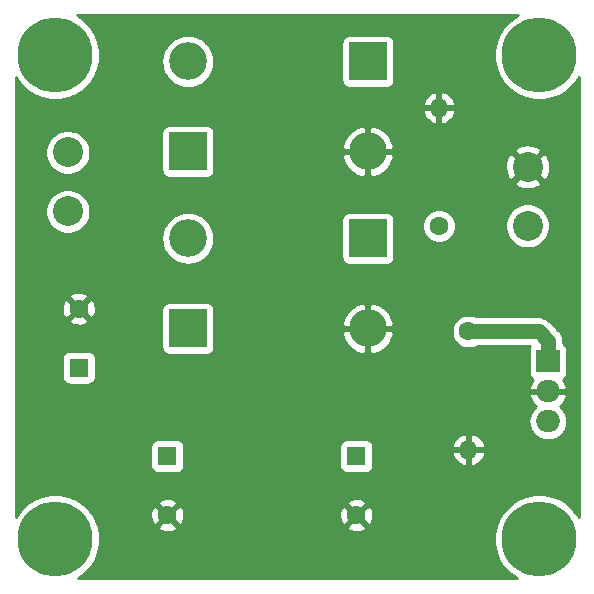
<source format=gbr>
G04 #@! TF.GenerationSoftware,KiCad,Pcbnew,(5.0.2)-1*
G04 #@! TF.CreationDate,2020-11-25T16:06:49-05:00*
G04 #@! TF.ProjectId,MHS-5200A_PwrSupply,4d48532d-3532-4303-9041-5f5077725375,rev?*
G04 #@! TF.SameCoordinates,Original*
G04 #@! TF.FileFunction,Copper,L2,Bot*
G04 #@! TF.FilePolarity,Positive*
%FSLAX46Y46*%
G04 Gerber Fmt 4.6, Leading zero omitted, Abs format (unit mm)*
G04 Created by KiCad (PCBNEW (5.0.2)-1) date 11/25/2020 4:06:49 PM*
%MOMM*%
%LPD*%
G01*
G04 APERTURE LIST*
G04 #@! TA.AperFunction,ComponentPad*
%ADD10R,1.600000X1.600000*%
G04 #@! TD*
G04 #@! TA.AperFunction,ComponentPad*
%ADD11C,1.600000*%
G04 #@! TD*
G04 #@! TA.AperFunction,ComponentPad*
%ADD12O,1.600000X1.600000*%
G04 #@! TD*
G04 #@! TA.AperFunction,ComponentPad*
%ADD13R,3.200000X3.200000*%
G04 #@! TD*
G04 #@! TA.AperFunction,ComponentPad*
%ADD14O,3.200000X3.200000*%
G04 #@! TD*
G04 #@! TA.AperFunction,ComponentPad*
%ADD15C,2.540000*%
G04 #@! TD*
G04 #@! TA.AperFunction,ComponentPad*
%ADD16R,2.000000X1.905000*%
G04 #@! TD*
G04 #@! TA.AperFunction,ComponentPad*
%ADD17O,2.000000X1.905000*%
G04 #@! TD*
G04 #@! TA.AperFunction,ComponentPad*
%ADD18C,6.350000*%
G04 #@! TD*
G04 #@! TA.AperFunction,Conductor*
%ADD19C,1.270000*%
G04 #@! TD*
G04 #@! TA.AperFunction,Conductor*
%ADD20C,0.254000*%
G04 #@! TD*
G04 APERTURE END LIST*
D10*
G04 #@! TO.P,C1,1*
G04 #@! TO.N,/VDC*
X6000000Y-30500000D03*
D11*
G04 #@! TO.P,C1,2*
G04 #@! TO.N,/GND*
X6000000Y-25500000D03*
G04 #@! TD*
G04 #@! TO.P,C2,2*
G04 #@! TO.N,/GND*
X13500000Y-43000000D03*
D10*
G04 #@! TO.P,C2,1*
G04 #@! TO.N,/VDC*
X13500000Y-38000000D03*
G04 #@! TD*
D11*
G04 #@! TO.P,C3,1*
G04 #@! TO.N,/VDC*
X39000000Y-27440000D03*
D12*
G04 #@! TO.P,C3,2*
G04 #@! TO.N,/GND*
X39000000Y-37440000D03*
G04 #@! TD*
D10*
G04 #@! TO.P,C4,1*
G04 #@! TO.N,/5V*
X29500000Y-38000000D03*
D11*
G04 #@! TO.P,C4,2*
G04 #@! TO.N,/GND*
X29500000Y-43000000D03*
G04 #@! TD*
D12*
G04 #@! TO.P,C5,2*
G04 #@! TO.N,/GND*
X36500000Y-8500000D03*
D11*
G04 #@! TO.P,C5,1*
G04 #@! TO.N,/5V*
X36500000Y-18500000D03*
G04 #@! TD*
D13*
G04 #@! TO.P,D1,1*
G04 #@! TO.N,Net-(D1-Pad1)*
X15240000Y-27178000D03*
D14*
G04 #@! TO.P,D1,2*
G04 #@! TO.N,/GND*
X30480000Y-27178000D03*
G04 #@! TD*
G04 #@! TO.P,D2,2*
G04 #@! TO.N,/GND*
X30480000Y-12192000D03*
D13*
G04 #@! TO.P,D2,1*
G04 #@! TO.N,Net-(D2-Pad1)*
X15240000Y-12192000D03*
G04 #@! TD*
G04 #@! TO.P,D3,1*
G04 #@! TO.N,/VDC*
X30480000Y-19558000D03*
D14*
G04 #@! TO.P,D3,2*
G04 #@! TO.N,Net-(D1-Pad1)*
X15240000Y-19558000D03*
G04 #@! TD*
G04 #@! TO.P,D4,2*
G04 #@! TO.N,Net-(D2-Pad1)*
X15240000Y-4580000D03*
D13*
G04 #@! TO.P,D4,1*
G04 #@! TO.N,/VDC*
X30480000Y-4580000D03*
G04 #@! TD*
D15*
G04 #@! TO.P,J1,1*
G04 #@! TO.N,Net-(D1-Pad1)*
X5080000Y-17280000D03*
G04 #@! TO.P,J1,2*
G04 #@! TO.N,Net-(D2-Pad1)*
X5080000Y-12280000D03*
G04 #@! TD*
G04 #@! TO.P,J2,2*
G04 #@! TO.N,/5V*
X44000000Y-18500000D03*
G04 #@! TO.P,J2,1*
G04 #@! TO.N,/GND*
X44000000Y-13500000D03*
G04 #@! TD*
D16*
G04 #@! TO.P,U1,1*
G04 #@! TO.N,/VDC*
X45720000Y-29980000D03*
D17*
G04 #@! TO.P,U1,2*
G04 #@! TO.N,/GND*
X45720000Y-32520000D03*
G04 #@! TO.P,U1,3*
G04 #@! TO.N,/5V*
X45720000Y-35060000D03*
G04 #@! TD*
D18*
G04 #@! TO.P,B1,1*
G04 #@! TO.N,N/C*
X4000000Y-4030000D03*
G04 #@! TO.P,B1,2*
X45000000Y-4030000D03*
G04 #@! TO.P,B1,3*
X4000000Y-45030000D03*
G04 #@! TO.P,B1,4*
X45000000Y-45030000D03*
G04 #@! TD*
D19*
G04 #@! TO.N,/VDC*
X44940000Y-27440000D02*
X39000000Y-27440000D01*
X45720000Y-29980000D02*
X45720000Y-28220000D01*
X45720000Y-28220000D02*
X44940000Y-27440000D01*
G04 #@! TD*
D20*
G04 #@! TO.N,/GND*
G36*
X42571267Y-1070580D02*
X42040580Y-1601267D01*
X41623622Y-2225288D01*
X41336416Y-2918664D01*
X41190000Y-3654748D01*
X41190000Y-4405252D01*
X41336416Y-5141336D01*
X41623622Y-5834712D01*
X42040580Y-6458733D01*
X42571267Y-6989420D01*
X43195288Y-7406378D01*
X43888664Y-7693584D01*
X44624748Y-7840000D01*
X45375252Y-7840000D01*
X46111336Y-7693584D01*
X46804712Y-7406378D01*
X47428733Y-6989420D01*
X47959420Y-6458733D01*
X48340001Y-5889154D01*
X48340000Y-43170845D01*
X47959420Y-42601267D01*
X47428733Y-42070580D01*
X46804712Y-41653622D01*
X46111336Y-41366416D01*
X45375252Y-41220000D01*
X44624748Y-41220000D01*
X43888664Y-41366416D01*
X43195288Y-41653622D01*
X42571267Y-42070580D01*
X42040580Y-42601267D01*
X41623622Y-43225288D01*
X41336416Y-43918664D01*
X41190000Y-44654748D01*
X41190000Y-45405252D01*
X41336416Y-46141336D01*
X41623622Y-46834712D01*
X42040580Y-47458733D01*
X42571267Y-47989420D01*
X43095946Y-48340000D01*
X5904054Y-48340000D01*
X6428733Y-47989420D01*
X6959420Y-47458733D01*
X7376378Y-46834712D01*
X7663584Y-46141336D01*
X7810000Y-45405252D01*
X7810000Y-44654748D01*
X7678312Y-43992702D01*
X12686903Y-43992702D01*
X12758486Y-44236671D01*
X13013996Y-44357571D01*
X13288184Y-44426300D01*
X13570512Y-44440217D01*
X13850130Y-44398787D01*
X14116292Y-44303603D01*
X14241514Y-44236671D01*
X14313097Y-43992702D01*
X28686903Y-43992702D01*
X28758486Y-44236671D01*
X29013996Y-44357571D01*
X29288184Y-44426300D01*
X29570512Y-44440217D01*
X29850130Y-44398787D01*
X30116292Y-44303603D01*
X30241514Y-44236671D01*
X30313097Y-43992702D01*
X29500000Y-43179605D01*
X28686903Y-43992702D01*
X14313097Y-43992702D01*
X13500000Y-43179605D01*
X12686903Y-43992702D01*
X7678312Y-43992702D01*
X7663584Y-43918664D01*
X7376378Y-43225288D01*
X7272960Y-43070512D01*
X12059783Y-43070512D01*
X12101213Y-43350130D01*
X12196397Y-43616292D01*
X12263329Y-43741514D01*
X12507298Y-43813097D01*
X13320395Y-43000000D01*
X13679605Y-43000000D01*
X14492702Y-43813097D01*
X14736671Y-43741514D01*
X14857571Y-43486004D01*
X14926300Y-43211816D01*
X14933265Y-43070512D01*
X28059783Y-43070512D01*
X28101213Y-43350130D01*
X28196397Y-43616292D01*
X28263329Y-43741514D01*
X28507298Y-43813097D01*
X29320395Y-43000000D01*
X29679605Y-43000000D01*
X30492702Y-43813097D01*
X30736671Y-43741514D01*
X30857571Y-43486004D01*
X30926300Y-43211816D01*
X30940217Y-42929488D01*
X30898787Y-42649870D01*
X30803603Y-42383708D01*
X30736671Y-42258486D01*
X30492702Y-42186903D01*
X29679605Y-43000000D01*
X29320395Y-43000000D01*
X28507298Y-42186903D01*
X28263329Y-42258486D01*
X28142429Y-42513996D01*
X28073700Y-42788184D01*
X28059783Y-43070512D01*
X14933265Y-43070512D01*
X14940217Y-42929488D01*
X14898787Y-42649870D01*
X14803603Y-42383708D01*
X14736671Y-42258486D01*
X14492702Y-42186903D01*
X13679605Y-43000000D01*
X13320395Y-43000000D01*
X12507298Y-42186903D01*
X12263329Y-42258486D01*
X12142429Y-42513996D01*
X12073700Y-42788184D01*
X12059783Y-43070512D01*
X7272960Y-43070512D01*
X6959420Y-42601267D01*
X6428733Y-42070580D01*
X6334025Y-42007298D01*
X12686903Y-42007298D01*
X13500000Y-42820395D01*
X14313097Y-42007298D01*
X28686903Y-42007298D01*
X29500000Y-42820395D01*
X30313097Y-42007298D01*
X30241514Y-41763329D01*
X29986004Y-41642429D01*
X29711816Y-41573700D01*
X29429488Y-41559783D01*
X29149870Y-41601213D01*
X28883708Y-41696397D01*
X28758486Y-41763329D01*
X28686903Y-42007298D01*
X14313097Y-42007298D01*
X14241514Y-41763329D01*
X13986004Y-41642429D01*
X13711816Y-41573700D01*
X13429488Y-41559783D01*
X13149870Y-41601213D01*
X12883708Y-41696397D01*
X12758486Y-41763329D01*
X12686903Y-42007298D01*
X6334025Y-42007298D01*
X5804712Y-41653622D01*
X5111336Y-41366416D01*
X4375252Y-41220000D01*
X3624748Y-41220000D01*
X2888664Y-41366416D01*
X2195288Y-41653622D01*
X1571267Y-42070580D01*
X1040580Y-42601267D01*
X660000Y-43170845D01*
X660000Y-37200000D01*
X12061928Y-37200000D01*
X12061928Y-38800000D01*
X12074188Y-38924482D01*
X12110498Y-39044180D01*
X12169463Y-39154494D01*
X12248815Y-39251185D01*
X12345506Y-39330537D01*
X12455820Y-39389502D01*
X12575518Y-39425812D01*
X12700000Y-39438072D01*
X14300000Y-39438072D01*
X14424482Y-39425812D01*
X14544180Y-39389502D01*
X14654494Y-39330537D01*
X14751185Y-39251185D01*
X14830537Y-39154494D01*
X14889502Y-39044180D01*
X14925812Y-38924482D01*
X14938072Y-38800000D01*
X14938072Y-37200000D01*
X28061928Y-37200000D01*
X28061928Y-38800000D01*
X28074188Y-38924482D01*
X28110498Y-39044180D01*
X28169463Y-39154494D01*
X28248815Y-39251185D01*
X28345506Y-39330537D01*
X28455820Y-39389502D01*
X28575518Y-39425812D01*
X28700000Y-39438072D01*
X30300000Y-39438072D01*
X30424482Y-39425812D01*
X30544180Y-39389502D01*
X30654494Y-39330537D01*
X30751185Y-39251185D01*
X30830537Y-39154494D01*
X30889502Y-39044180D01*
X30925812Y-38924482D01*
X30938072Y-38800000D01*
X30938072Y-37789040D01*
X37608091Y-37789040D01*
X37702930Y-38053881D01*
X37847615Y-38295131D01*
X38036586Y-38503519D01*
X38262580Y-38671037D01*
X38516913Y-38791246D01*
X38650961Y-38831904D01*
X38873000Y-38709915D01*
X38873000Y-37567000D01*
X39127000Y-37567000D01*
X39127000Y-38709915D01*
X39349039Y-38831904D01*
X39483087Y-38791246D01*
X39737420Y-38671037D01*
X39963414Y-38503519D01*
X40152385Y-38295131D01*
X40297070Y-38053881D01*
X40391909Y-37789040D01*
X40270624Y-37567000D01*
X39127000Y-37567000D01*
X38873000Y-37567000D01*
X37729376Y-37567000D01*
X37608091Y-37789040D01*
X30938072Y-37789040D01*
X30938072Y-37200000D01*
X30927333Y-37090960D01*
X37608091Y-37090960D01*
X37729376Y-37313000D01*
X38873000Y-37313000D01*
X38873000Y-36170085D01*
X39127000Y-36170085D01*
X39127000Y-37313000D01*
X40270624Y-37313000D01*
X40391909Y-37090960D01*
X40297070Y-36826119D01*
X40152385Y-36584869D01*
X39963414Y-36376481D01*
X39737420Y-36208963D01*
X39483087Y-36088754D01*
X39349039Y-36048096D01*
X39127000Y-36170085D01*
X38873000Y-36170085D01*
X38650961Y-36048096D01*
X38516913Y-36088754D01*
X38262580Y-36208963D01*
X38036586Y-36376481D01*
X37847615Y-36584869D01*
X37702930Y-36826119D01*
X37608091Y-37090960D01*
X30927333Y-37090960D01*
X30925812Y-37075518D01*
X30889502Y-36955820D01*
X30830537Y-36845506D01*
X30751185Y-36748815D01*
X30654494Y-36669463D01*
X30544180Y-36610498D01*
X30424482Y-36574188D01*
X30300000Y-36561928D01*
X28700000Y-36561928D01*
X28575518Y-36574188D01*
X28455820Y-36610498D01*
X28345506Y-36669463D01*
X28248815Y-36748815D01*
X28169463Y-36845506D01*
X28110498Y-36955820D01*
X28074188Y-37075518D01*
X28061928Y-37200000D01*
X14938072Y-37200000D01*
X14925812Y-37075518D01*
X14889502Y-36955820D01*
X14830537Y-36845506D01*
X14751185Y-36748815D01*
X14654494Y-36669463D01*
X14544180Y-36610498D01*
X14424482Y-36574188D01*
X14300000Y-36561928D01*
X12700000Y-36561928D01*
X12575518Y-36574188D01*
X12455820Y-36610498D01*
X12345506Y-36669463D01*
X12248815Y-36748815D01*
X12169463Y-36845506D01*
X12110498Y-36955820D01*
X12074188Y-37075518D01*
X12061928Y-37200000D01*
X660000Y-37200000D01*
X660000Y-35060000D01*
X44077319Y-35060000D01*
X44107970Y-35371204D01*
X44198745Y-35670449D01*
X44346155Y-35946235D01*
X44544537Y-36187963D01*
X44786265Y-36386345D01*
X45062051Y-36533755D01*
X45361296Y-36624530D01*
X45594514Y-36647500D01*
X45845486Y-36647500D01*
X46078704Y-36624530D01*
X46377949Y-36533755D01*
X46653735Y-36386345D01*
X46895463Y-36187963D01*
X47093845Y-35946235D01*
X47241255Y-35670449D01*
X47332030Y-35371204D01*
X47362681Y-35060000D01*
X47332030Y-34748796D01*
X47241255Y-34449551D01*
X47093845Y-34173765D01*
X46895463Y-33932037D01*
X46716101Y-33784837D01*
X46901315Y-33629437D01*
X47095969Y-33386923D01*
X47239571Y-33111094D01*
X47310563Y-32892980D01*
X47190594Y-32647000D01*
X45847000Y-32647000D01*
X45847000Y-32667000D01*
X45593000Y-32667000D01*
X45593000Y-32647000D01*
X44249406Y-32647000D01*
X44129437Y-32892980D01*
X44200429Y-33111094D01*
X44344031Y-33386923D01*
X44538685Y-33629437D01*
X44723899Y-33784837D01*
X44544537Y-33932037D01*
X44346155Y-34173765D01*
X44198745Y-34449551D01*
X44107970Y-34748796D01*
X44077319Y-35060000D01*
X660000Y-35060000D01*
X660000Y-29700000D01*
X4561928Y-29700000D01*
X4561928Y-31300000D01*
X4574188Y-31424482D01*
X4610498Y-31544180D01*
X4669463Y-31654494D01*
X4748815Y-31751185D01*
X4845506Y-31830537D01*
X4955820Y-31889502D01*
X5075518Y-31925812D01*
X5200000Y-31938072D01*
X6800000Y-31938072D01*
X6924482Y-31925812D01*
X7044180Y-31889502D01*
X7154494Y-31830537D01*
X7251185Y-31751185D01*
X7330537Y-31654494D01*
X7389502Y-31544180D01*
X7425812Y-31424482D01*
X7438072Y-31300000D01*
X7438072Y-29700000D01*
X7425812Y-29575518D01*
X7389502Y-29455820D01*
X7330537Y-29345506D01*
X7251185Y-29248815D01*
X7154494Y-29169463D01*
X7044180Y-29110498D01*
X6924482Y-29074188D01*
X6800000Y-29061928D01*
X5200000Y-29061928D01*
X5075518Y-29074188D01*
X4955820Y-29110498D01*
X4845506Y-29169463D01*
X4748815Y-29248815D01*
X4669463Y-29345506D01*
X4610498Y-29455820D01*
X4574188Y-29575518D01*
X4561928Y-29700000D01*
X660000Y-29700000D01*
X660000Y-26492702D01*
X5186903Y-26492702D01*
X5258486Y-26736671D01*
X5513996Y-26857571D01*
X5788184Y-26926300D01*
X6070512Y-26940217D01*
X6350130Y-26898787D01*
X6616292Y-26803603D01*
X6741514Y-26736671D01*
X6813097Y-26492702D01*
X6000000Y-25679605D01*
X5186903Y-26492702D01*
X660000Y-26492702D01*
X660000Y-25570512D01*
X4559783Y-25570512D01*
X4601213Y-25850130D01*
X4696397Y-26116292D01*
X4763329Y-26241514D01*
X5007298Y-26313097D01*
X5820395Y-25500000D01*
X6179605Y-25500000D01*
X6992702Y-26313097D01*
X7236671Y-26241514D01*
X7357571Y-25986004D01*
X7426300Y-25711816D01*
X7432896Y-25578000D01*
X13001928Y-25578000D01*
X13001928Y-28778000D01*
X13014188Y-28902482D01*
X13050498Y-29022180D01*
X13109463Y-29132494D01*
X13188815Y-29229185D01*
X13285506Y-29308537D01*
X13395820Y-29367502D01*
X13515518Y-29403812D01*
X13640000Y-29416072D01*
X16840000Y-29416072D01*
X16964482Y-29403812D01*
X17084180Y-29367502D01*
X17194494Y-29308537D01*
X17291185Y-29229185D01*
X17370537Y-29132494D01*
X17429502Y-29022180D01*
X17465812Y-28902482D01*
X17478072Y-28778000D01*
X17478072Y-27652503D01*
X28295950Y-27652503D01*
X28400407Y-27996861D01*
X28600118Y-28386835D01*
X28872071Y-28730354D01*
X29205816Y-29014217D01*
X29588527Y-29227516D01*
X30005497Y-29362053D01*
X30353000Y-29250642D01*
X30353000Y-27305000D01*
X30607000Y-27305000D01*
X30607000Y-29250642D01*
X30954503Y-29362053D01*
X31371473Y-29227516D01*
X31754184Y-29014217D01*
X32087929Y-28730354D01*
X32359882Y-28386835D01*
X32559593Y-27996861D01*
X32664050Y-27652503D01*
X32552362Y-27305000D01*
X30607000Y-27305000D01*
X30353000Y-27305000D01*
X28407638Y-27305000D01*
X28295950Y-27652503D01*
X17478072Y-27652503D01*
X17478072Y-27298665D01*
X37565000Y-27298665D01*
X37565000Y-27581335D01*
X37620147Y-27858574D01*
X37728320Y-28119727D01*
X37885363Y-28354759D01*
X38085241Y-28554637D01*
X38320273Y-28711680D01*
X38581426Y-28819853D01*
X38858665Y-28875000D01*
X39141335Y-28875000D01*
X39418574Y-28819853D01*
X39679727Y-28711680D01*
X39682241Y-28710000D01*
X44169689Y-28710000D01*
X44130498Y-28783320D01*
X44094188Y-28903018D01*
X44081928Y-29027500D01*
X44081928Y-30932500D01*
X44094188Y-31056982D01*
X44130498Y-31176680D01*
X44189463Y-31286994D01*
X44268815Y-31383685D01*
X44365506Y-31463037D01*
X44457219Y-31512059D01*
X44344031Y-31653077D01*
X44200429Y-31928906D01*
X44129437Y-32147020D01*
X44249406Y-32393000D01*
X45593000Y-32393000D01*
X45593000Y-32373000D01*
X45847000Y-32373000D01*
X45847000Y-32393000D01*
X47190594Y-32393000D01*
X47310563Y-32147020D01*
X47239571Y-31928906D01*
X47095969Y-31653077D01*
X46982781Y-31512059D01*
X47074494Y-31463037D01*
X47171185Y-31383685D01*
X47250537Y-31286994D01*
X47309502Y-31176680D01*
X47345812Y-31056982D01*
X47358072Y-30932500D01*
X47358072Y-29027500D01*
X47345812Y-28903018D01*
X47309502Y-28783320D01*
X47250537Y-28673006D01*
X47171185Y-28576315D01*
X47074494Y-28496963D01*
X46990000Y-28451799D01*
X46990000Y-28282380D01*
X46996144Y-28220000D01*
X46971623Y-27971037D01*
X46899003Y-27731641D01*
X46818663Y-27581335D01*
X46781075Y-27511012D01*
X46622370Y-27317630D01*
X46573909Y-27277859D01*
X45882141Y-26586091D01*
X45842370Y-26537630D01*
X45648988Y-26378925D01*
X45428359Y-26260997D01*
X45188963Y-26188377D01*
X45002380Y-26170000D01*
X45002373Y-26170000D01*
X44940000Y-26163857D01*
X44877627Y-26170000D01*
X39682241Y-26170000D01*
X39679727Y-26168320D01*
X39418574Y-26060147D01*
X39141335Y-26005000D01*
X38858665Y-26005000D01*
X38581426Y-26060147D01*
X38320273Y-26168320D01*
X38085241Y-26325363D01*
X37885363Y-26525241D01*
X37728320Y-26760273D01*
X37620147Y-27021426D01*
X37565000Y-27298665D01*
X17478072Y-27298665D01*
X17478072Y-26703497D01*
X28295950Y-26703497D01*
X28407638Y-27051000D01*
X30353000Y-27051000D01*
X30353000Y-25105358D01*
X30607000Y-25105358D01*
X30607000Y-27051000D01*
X32552362Y-27051000D01*
X32664050Y-26703497D01*
X32559593Y-26359139D01*
X32359882Y-25969165D01*
X32087929Y-25625646D01*
X31754184Y-25341783D01*
X31371473Y-25128484D01*
X30954503Y-24993947D01*
X30607000Y-25105358D01*
X30353000Y-25105358D01*
X30005497Y-24993947D01*
X29588527Y-25128484D01*
X29205816Y-25341783D01*
X28872071Y-25625646D01*
X28600118Y-25969165D01*
X28400407Y-26359139D01*
X28295950Y-26703497D01*
X17478072Y-26703497D01*
X17478072Y-25578000D01*
X17465812Y-25453518D01*
X17429502Y-25333820D01*
X17370537Y-25223506D01*
X17291185Y-25126815D01*
X17194494Y-25047463D01*
X17084180Y-24988498D01*
X16964482Y-24952188D01*
X16840000Y-24939928D01*
X13640000Y-24939928D01*
X13515518Y-24952188D01*
X13395820Y-24988498D01*
X13285506Y-25047463D01*
X13188815Y-25126815D01*
X13109463Y-25223506D01*
X13050498Y-25333820D01*
X13014188Y-25453518D01*
X13001928Y-25578000D01*
X7432896Y-25578000D01*
X7440217Y-25429488D01*
X7398787Y-25149870D01*
X7303603Y-24883708D01*
X7236671Y-24758486D01*
X6992702Y-24686903D01*
X6179605Y-25500000D01*
X5820395Y-25500000D01*
X5007298Y-24686903D01*
X4763329Y-24758486D01*
X4642429Y-25013996D01*
X4573700Y-25288184D01*
X4559783Y-25570512D01*
X660000Y-25570512D01*
X660000Y-24507298D01*
X5186903Y-24507298D01*
X6000000Y-25320395D01*
X6813097Y-24507298D01*
X6741514Y-24263329D01*
X6486004Y-24142429D01*
X6211816Y-24073700D01*
X5929488Y-24059783D01*
X5649870Y-24101213D01*
X5383708Y-24196397D01*
X5258486Y-24263329D01*
X5186903Y-24507298D01*
X660000Y-24507298D01*
X660000Y-19558000D01*
X12994186Y-19558000D01*
X13037339Y-19996137D01*
X13165138Y-20417436D01*
X13372674Y-20805707D01*
X13651970Y-21146030D01*
X13992293Y-21425326D01*
X14380564Y-21632862D01*
X14801863Y-21760661D01*
X15130204Y-21793000D01*
X15349796Y-21793000D01*
X15678137Y-21760661D01*
X16099436Y-21632862D01*
X16487707Y-21425326D01*
X16828030Y-21146030D01*
X17107326Y-20805707D01*
X17314862Y-20417436D01*
X17442661Y-19996137D01*
X17485814Y-19558000D01*
X17442661Y-19119863D01*
X17314862Y-18698564D01*
X17107326Y-18310293D01*
X16828030Y-17969970D01*
X16813445Y-17958000D01*
X28241928Y-17958000D01*
X28241928Y-21158000D01*
X28254188Y-21282482D01*
X28290498Y-21402180D01*
X28349463Y-21512494D01*
X28428815Y-21609185D01*
X28525506Y-21688537D01*
X28635820Y-21747502D01*
X28755518Y-21783812D01*
X28880000Y-21796072D01*
X32080000Y-21796072D01*
X32204482Y-21783812D01*
X32324180Y-21747502D01*
X32434494Y-21688537D01*
X32531185Y-21609185D01*
X32610537Y-21512494D01*
X32669502Y-21402180D01*
X32705812Y-21282482D01*
X32718072Y-21158000D01*
X32718072Y-18358665D01*
X35065000Y-18358665D01*
X35065000Y-18641335D01*
X35120147Y-18918574D01*
X35228320Y-19179727D01*
X35385363Y-19414759D01*
X35585241Y-19614637D01*
X35820273Y-19771680D01*
X36081426Y-19879853D01*
X36358665Y-19935000D01*
X36641335Y-19935000D01*
X36918574Y-19879853D01*
X37179727Y-19771680D01*
X37414759Y-19614637D01*
X37614637Y-19414759D01*
X37771680Y-19179727D01*
X37879853Y-18918574D01*
X37935000Y-18641335D01*
X37935000Y-18358665D01*
X37925793Y-18312374D01*
X42095000Y-18312374D01*
X42095000Y-18687626D01*
X42168209Y-19055668D01*
X42311811Y-19402356D01*
X42520290Y-19714366D01*
X42785634Y-19979710D01*
X43097644Y-20188189D01*
X43444332Y-20331791D01*
X43812374Y-20405000D01*
X44187626Y-20405000D01*
X44555668Y-20331791D01*
X44902356Y-20188189D01*
X45214366Y-19979710D01*
X45479710Y-19714366D01*
X45688189Y-19402356D01*
X45831791Y-19055668D01*
X45905000Y-18687626D01*
X45905000Y-18312374D01*
X45831791Y-17944332D01*
X45688189Y-17597644D01*
X45479710Y-17285634D01*
X45214366Y-17020290D01*
X44902356Y-16811811D01*
X44555668Y-16668209D01*
X44187626Y-16595000D01*
X43812374Y-16595000D01*
X43444332Y-16668209D01*
X43097644Y-16811811D01*
X42785634Y-17020290D01*
X42520290Y-17285634D01*
X42311811Y-17597644D01*
X42168209Y-17944332D01*
X42095000Y-18312374D01*
X37925793Y-18312374D01*
X37879853Y-18081426D01*
X37771680Y-17820273D01*
X37614637Y-17585241D01*
X37414759Y-17385363D01*
X37179727Y-17228320D01*
X36918574Y-17120147D01*
X36641335Y-17065000D01*
X36358665Y-17065000D01*
X36081426Y-17120147D01*
X35820273Y-17228320D01*
X35585241Y-17385363D01*
X35385363Y-17585241D01*
X35228320Y-17820273D01*
X35120147Y-18081426D01*
X35065000Y-18358665D01*
X32718072Y-18358665D01*
X32718072Y-17958000D01*
X32705812Y-17833518D01*
X32669502Y-17713820D01*
X32610537Y-17603506D01*
X32531185Y-17506815D01*
X32434494Y-17427463D01*
X32324180Y-17368498D01*
X32204482Y-17332188D01*
X32080000Y-17319928D01*
X28880000Y-17319928D01*
X28755518Y-17332188D01*
X28635820Y-17368498D01*
X28525506Y-17427463D01*
X28428815Y-17506815D01*
X28349463Y-17603506D01*
X28290498Y-17713820D01*
X28254188Y-17833518D01*
X28241928Y-17958000D01*
X16813445Y-17958000D01*
X16487707Y-17690674D01*
X16099436Y-17483138D01*
X15678137Y-17355339D01*
X15349796Y-17323000D01*
X15130204Y-17323000D01*
X14801863Y-17355339D01*
X14380564Y-17483138D01*
X13992293Y-17690674D01*
X13651970Y-17969970D01*
X13372674Y-18310293D01*
X13165138Y-18698564D01*
X13037339Y-19119863D01*
X12994186Y-19558000D01*
X660000Y-19558000D01*
X660000Y-17092374D01*
X3175000Y-17092374D01*
X3175000Y-17467626D01*
X3248209Y-17835668D01*
X3391811Y-18182356D01*
X3600290Y-18494366D01*
X3865634Y-18759710D01*
X4177644Y-18968189D01*
X4524332Y-19111791D01*
X4892374Y-19185000D01*
X5267626Y-19185000D01*
X5635668Y-19111791D01*
X5982356Y-18968189D01*
X6294366Y-18759710D01*
X6559710Y-18494366D01*
X6768189Y-18182356D01*
X6911791Y-17835668D01*
X6985000Y-17467626D01*
X6985000Y-17092374D01*
X6911791Y-16724332D01*
X6768189Y-16377644D01*
X6559710Y-16065634D01*
X6294366Y-15800290D01*
X5982356Y-15591811D01*
X5635668Y-15448209D01*
X5267626Y-15375000D01*
X4892374Y-15375000D01*
X4524332Y-15448209D01*
X4177644Y-15591811D01*
X3865634Y-15800290D01*
X3600290Y-16065634D01*
X3391811Y-16377644D01*
X3248209Y-16724332D01*
X3175000Y-17092374D01*
X660000Y-17092374D01*
X660000Y-14827852D01*
X42851753Y-14827852D01*
X42980076Y-15119871D01*
X43315695Y-15287723D01*
X43677611Y-15386874D01*
X44051916Y-15413514D01*
X44424227Y-15366618D01*
X44780235Y-15247988D01*
X45019924Y-15119871D01*
X45148247Y-14827852D01*
X44000000Y-13679605D01*
X42851753Y-14827852D01*
X660000Y-14827852D01*
X660000Y-12092374D01*
X3175000Y-12092374D01*
X3175000Y-12467626D01*
X3248209Y-12835668D01*
X3391811Y-13182356D01*
X3600290Y-13494366D01*
X3865634Y-13759710D01*
X4177644Y-13968189D01*
X4524332Y-14111791D01*
X4892374Y-14185000D01*
X5267626Y-14185000D01*
X5635668Y-14111791D01*
X5982356Y-13968189D01*
X6294366Y-13759710D01*
X6559710Y-13494366D01*
X6768189Y-13182356D01*
X6911791Y-12835668D01*
X6985000Y-12467626D01*
X6985000Y-12092374D01*
X6911791Y-11724332D01*
X6768189Y-11377644D01*
X6559710Y-11065634D01*
X6294366Y-10800290D01*
X5982639Y-10592000D01*
X13001928Y-10592000D01*
X13001928Y-13792000D01*
X13014188Y-13916482D01*
X13050498Y-14036180D01*
X13109463Y-14146494D01*
X13188815Y-14243185D01*
X13285506Y-14322537D01*
X13395820Y-14381502D01*
X13515518Y-14417812D01*
X13640000Y-14430072D01*
X16840000Y-14430072D01*
X16964482Y-14417812D01*
X17084180Y-14381502D01*
X17194494Y-14322537D01*
X17291185Y-14243185D01*
X17370537Y-14146494D01*
X17429502Y-14036180D01*
X17465812Y-13916482D01*
X17478072Y-13792000D01*
X17478072Y-12666503D01*
X28295950Y-12666503D01*
X28400407Y-13010861D01*
X28600118Y-13400835D01*
X28872071Y-13744354D01*
X29205816Y-14028217D01*
X29588527Y-14241516D01*
X30005497Y-14376053D01*
X30353000Y-14264642D01*
X30353000Y-12319000D01*
X30607000Y-12319000D01*
X30607000Y-14264642D01*
X30954503Y-14376053D01*
X31371473Y-14241516D01*
X31754184Y-14028217D01*
X32087929Y-13744354D01*
X32240276Y-13551916D01*
X42086486Y-13551916D01*
X42133382Y-13924227D01*
X42252012Y-14280235D01*
X42380129Y-14519924D01*
X42672148Y-14648247D01*
X43820395Y-13500000D01*
X44179605Y-13500000D01*
X45327852Y-14648247D01*
X45619871Y-14519924D01*
X45787723Y-14184305D01*
X45886874Y-13822389D01*
X45913514Y-13448084D01*
X45866618Y-13075773D01*
X45747988Y-12719765D01*
X45619871Y-12480076D01*
X45327852Y-12351753D01*
X44179605Y-13500000D01*
X43820395Y-13500000D01*
X42672148Y-12351753D01*
X42380129Y-12480076D01*
X42212277Y-12815695D01*
X42113126Y-13177611D01*
X42086486Y-13551916D01*
X32240276Y-13551916D01*
X32359882Y-13400835D01*
X32559593Y-13010861D01*
X32664050Y-12666503D01*
X32552362Y-12319000D01*
X30607000Y-12319000D01*
X30353000Y-12319000D01*
X28407638Y-12319000D01*
X28295950Y-12666503D01*
X17478072Y-12666503D01*
X17478072Y-12172148D01*
X42851753Y-12172148D01*
X44000000Y-13320395D01*
X45148247Y-12172148D01*
X45019924Y-11880129D01*
X44684305Y-11712277D01*
X44322389Y-11613126D01*
X43948084Y-11586486D01*
X43575773Y-11633382D01*
X43219765Y-11752012D01*
X42980076Y-11880129D01*
X42851753Y-12172148D01*
X17478072Y-12172148D01*
X17478072Y-11717497D01*
X28295950Y-11717497D01*
X28407638Y-12065000D01*
X30353000Y-12065000D01*
X30353000Y-10119358D01*
X30607000Y-10119358D01*
X30607000Y-12065000D01*
X32552362Y-12065000D01*
X32664050Y-11717497D01*
X32559593Y-11373139D01*
X32359882Y-10983165D01*
X32087929Y-10639646D01*
X31754184Y-10355783D01*
X31371473Y-10142484D01*
X30954503Y-10007947D01*
X30607000Y-10119358D01*
X30353000Y-10119358D01*
X30005497Y-10007947D01*
X29588527Y-10142484D01*
X29205816Y-10355783D01*
X28872071Y-10639646D01*
X28600118Y-10983165D01*
X28400407Y-11373139D01*
X28295950Y-11717497D01*
X17478072Y-11717497D01*
X17478072Y-10592000D01*
X17465812Y-10467518D01*
X17429502Y-10347820D01*
X17370537Y-10237506D01*
X17291185Y-10140815D01*
X17194494Y-10061463D01*
X17084180Y-10002498D01*
X16964482Y-9966188D01*
X16840000Y-9953928D01*
X13640000Y-9953928D01*
X13515518Y-9966188D01*
X13395820Y-10002498D01*
X13285506Y-10061463D01*
X13188815Y-10140815D01*
X13109463Y-10237506D01*
X13050498Y-10347820D01*
X13014188Y-10467518D01*
X13001928Y-10592000D01*
X5982639Y-10592000D01*
X5982356Y-10591811D01*
X5635668Y-10448209D01*
X5267626Y-10375000D01*
X4892374Y-10375000D01*
X4524332Y-10448209D01*
X4177644Y-10591811D01*
X3865634Y-10800290D01*
X3600290Y-11065634D01*
X3391811Y-11377644D01*
X3248209Y-11724332D01*
X3175000Y-12092374D01*
X660000Y-12092374D01*
X660000Y-8849040D01*
X35108091Y-8849040D01*
X35202930Y-9113881D01*
X35347615Y-9355131D01*
X35536586Y-9563519D01*
X35762580Y-9731037D01*
X36016913Y-9851246D01*
X36150961Y-9891904D01*
X36373000Y-9769915D01*
X36373000Y-8627000D01*
X36627000Y-8627000D01*
X36627000Y-9769915D01*
X36849039Y-9891904D01*
X36983087Y-9851246D01*
X37237420Y-9731037D01*
X37463414Y-9563519D01*
X37652385Y-9355131D01*
X37797070Y-9113881D01*
X37891909Y-8849040D01*
X37770624Y-8627000D01*
X36627000Y-8627000D01*
X36373000Y-8627000D01*
X35229376Y-8627000D01*
X35108091Y-8849040D01*
X660000Y-8849040D01*
X660000Y-8150960D01*
X35108091Y-8150960D01*
X35229376Y-8373000D01*
X36373000Y-8373000D01*
X36373000Y-7230085D01*
X36627000Y-7230085D01*
X36627000Y-8373000D01*
X37770624Y-8373000D01*
X37891909Y-8150960D01*
X37797070Y-7886119D01*
X37652385Y-7644869D01*
X37463414Y-7436481D01*
X37237420Y-7268963D01*
X36983087Y-7148754D01*
X36849039Y-7108096D01*
X36627000Y-7230085D01*
X36373000Y-7230085D01*
X36150961Y-7108096D01*
X36016913Y-7148754D01*
X35762580Y-7268963D01*
X35536586Y-7436481D01*
X35347615Y-7644869D01*
X35202930Y-7886119D01*
X35108091Y-8150960D01*
X660000Y-8150960D01*
X660000Y-5889155D01*
X1040580Y-6458733D01*
X1571267Y-6989420D01*
X2195288Y-7406378D01*
X2888664Y-7693584D01*
X3624748Y-7840000D01*
X4375252Y-7840000D01*
X5111336Y-7693584D01*
X5804712Y-7406378D01*
X6428733Y-6989420D01*
X6959420Y-6458733D01*
X7376378Y-5834712D01*
X7663584Y-5141336D01*
X7775240Y-4580000D01*
X12994186Y-4580000D01*
X13037339Y-5018137D01*
X13165138Y-5439436D01*
X13372674Y-5827707D01*
X13651970Y-6168030D01*
X13992293Y-6447326D01*
X14380564Y-6654862D01*
X14801863Y-6782661D01*
X15130204Y-6815000D01*
X15349796Y-6815000D01*
X15678137Y-6782661D01*
X16099436Y-6654862D01*
X16487707Y-6447326D01*
X16828030Y-6168030D01*
X17107326Y-5827707D01*
X17314862Y-5439436D01*
X17442661Y-5018137D01*
X17485814Y-4580000D01*
X17442661Y-4141863D01*
X17314862Y-3720564D01*
X17107326Y-3332293D01*
X16828030Y-2991970D01*
X16813445Y-2980000D01*
X28241928Y-2980000D01*
X28241928Y-6180000D01*
X28254188Y-6304482D01*
X28290498Y-6424180D01*
X28349463Y-6534494D01*
X28428815Y-6631185D01*
X28525506Y-6710537D01*
X28635820Y-6769502D01*
X28755518Y-6805812D01*
X28880000Y-6818072D01*
X32080000Y-6818072D01*
X32204482Y-6805812D01*
X32324180Y-6769502D01*
X32434494Y-6710537D01*
X32531185Y-6631185D01*
X32610537Y-6534494D01*
X32669502Y-6424180D01*
X32705812Y-6304482D01*
X32718072Y-6180000D01*
X32718072Y-2980000D01*
X32705812Y-2855518D01*
X32669502Y-2735820D01*
X32610537Y-2625506D01*
X32531185Y-2528815D01*
X32434494Y-2449463D01*
X32324180Y-2390498D01*
X32204482Y-2354188D01*
X32080000Y-2341928D01*
X28880000Y-2341928D01*
X28755518Y-2354188D01*
X28635820Y-2390498D01*
X28525506Y-2449463D01*
X28428815Y-2528815D01*
X28349463Y-2625506D01*
X28290498Y-2735820D01*
X28254188Y-2855518D01*
X28241928Y-2980000D01*
X16813445Y-2980000D01*
X16487707Y-2712674D01*
X16099436Y-2505138D01*
X15678137Y-2377339D01*
X15349796Y-2345000D01*
X15130204Y-2345000D01*
X14801863Y-2377339D01*
X14380564Y-2505138D01*
X13992293Y-2712674D01*
X13651970Y-2991970D01*
X13372674Y-3332293D01*
X13165138Y-3720564D01*
X13037339Y-4141863D01*
X12994186Y-4580000D01*
X7775240Y-4580000D01*
X7810000Y-4405252D01*
X7810000Y-3654748D01*
X7663584Y-2918664D01*
X7376378Y-2225288D01*
X6959420Y-1601267D01*
X6428733Y-1070580D01*
X5814257Y-660000D01*
X43185743Y-660000D01*
X42571267Y-1070580D01*
X42571267Y-1070580D01*
G37*
X42571267Y-1070580D02*
X42040580Y-1601267D01*
X41623622Y-2225288D01*
X41336416Y-2918664D01*
X41190000Y-3654748D01*
X41190000Y-4405252D01*
X41336416Y-5141336D01*
X41623622Y-5834712D01*
X42040580Y-6458733D01*
X42571267Y-6989420D01*
X43195288Y-7406378D01*
X43888664Y-7693584D01*
X44624748Y-7840000D01*
X45375252Y-7840000D01*
X46111336Y-7693584D01*
X46804712Y-7406378D01*
X47428733Y-6989420D01*
X47959420Y-6458733D01*
X48340001Y-5889154D01*
X48340000Y-43170845D01*
X47959420Y-42601267D01*
X47428733Y-42070580D01*
X46804712Y-41653622D01*
X46111336Y-41366416D01*
X45375252Y-41220000D01*
X44624748Y-41220000D01*
X43888664Y-41366416D01*
X43195288Y-41653622D01*
X42571267Y-42070580D01*
X42040580Y-42601267D01*
X41623622Y-43225288D01*
X41336416Y-43918664D01*
X41190000Y-44654748D01*
X41190000Y-45405252D01*
X41336416Y-46141336D01*
X41623622Y-46834712D01*
X42040580Y-47458733D01*
X42571267Y-47989420D01*
X43095946Y-48340000D01*
X5904054Y-48340000D01*
X6428733Y-47989420D01*
X6959420Y-47458733D01*
X7376378Y-46834712D01*
X7663584Y-46141336D01*
X7810000Y-45405252D01*
X7810000Y-44654748D01*
X7678312Y-43992702D01*
X12686903Y-43992702D01*
X12758486Y-44236671D01*
X13013996Y-44357571D01*
X13288184Y-44426300D01*
X13570512Y-44440217D01*
X13850130Y-44398787D01*
X14116292Y-44303603D01*
X14241514Y-44236671D01*
X14313097Y-43992702D01*
X28686903Y-43992702D01*
X28758486Y-44236671D01*
X29013996Y-44357571D01*
X29288184Y-44426300D01*
X29570512Y-44440217D01*
X29850130Y-44398787D01*
X30116292Y-44303603D01*
X30241514Y-44236671D01*
X30313097Y-43992702D01*
X29500000Y-43179605D01*
X28686903Y-43992702D01*
X14313097Y-43992702D01*
X13500000Y-43179605D01*
X12686903Y-43992702D01*
X7678312Y-43992702D01*
X7663584Y-43918664D01*
X7376378Y-43225288D01*
X7272960Y-43070512D01*
X12059783Y-43070512D01*
X12101213Y-43350130D01*
X12196397Y-43616292D01*
X12263329Y-43741514D01*
X12507298Y-43813097D01*
X13320395Y-43000000D01*
X13679605Y-43000000D01*
X14492702Y-43813097D01*
X14736671Y-43741514D01*
X14857571Y-43486004D01*
X14926300Y-43211816D01*
X14933265Y-43070512D01*
X28059783Y-43070512D01*
X28101213Y-43350130D01*
X28196397Y-43616292D01*
X28263329Y-43741514D01*
X28507298Y-43813097D01*
X29320395Y-43000000D01*
X29679605Y-43000000D01*
X30492702Y-43813097D01*
X30736671Y-43741514D01*
X30857571Y-43486004D01*
X30926300Y-43211816D01*
X30940217Y-42929488D01*
X30898787Y-42649870D01*
X30803603Y-42383708D01*
X30736671Y-42258486D01*
X30492702Y-42186903D01*
X29679605Y-43000000D01*
X29320395Y-43000000D01*
X28507298Y-42186903D01*
X28263329Y-42258486D01*
X28142429Y-42513996D01*
X28073700Y-42788184D01*
X28059783Y-43070512D01*
X14933265Y-43070512D01*
X14940217Y-42929488D01*
X14898787Y-42649870D01*
X14803603Y-42383708D01*
X14736671Y-42258486D01*
X14492702Y-42186903D01*
X13679605Y-43000000D01*
X13320395Y-43000000D01*
X12507298Y-42186903D01*
X12263329Y-42258486D01*
X12142429Y-42513996D01*
X12073700Y-42788184D01*
X12059783Y-43070512D01*
X7272960Y-43070512D01*
X6959420Y-42601267D01*
X6428733Y-42070580D01*
X6334025Y-42007298D01*
X12686903Y-42007298D01*
X13500000Y-42820395D01*
X14313097Y-42007298D01*
X28686903Y-42007298D01*
X29500000Y-42820395D01*
X30313097Y-42007298D01*
X30241514Y-41763329D01*
X29986004Y-41642429D01*
X29711816Y-41573700D01*
X29429488Y-41559783D01*
X29149870Y-41601213D01*
X28883708Y-41696397D01*
X28758486Y-41763329D01*
X28686903Y-42007298D01*
X14313097Y-42007298D01*
X14241514Y-41763329D01*
X13986004Y-41642429D01*
X13711816Y-41573700D01*
X13429488Y-41559783D01*
X13149870Y-41601213D01*
X12883708Y-41696397D01*
X12758486Y-41763329D01*
X12686903Y-42007298D01*
X6334025Y-42007298D01*
X5804712Y-41653622D01*
X5111336Y-41366416D01*
X4375252Y-41220000D01*
X3624748Y-41220000D01*
X2888664Y-41366416D01*
X2195288Y-41653622D01*
X1571267Y-42070580D01*
X1040580Y-42601267D01*
X660000Y-43170845D01*
X660000Y-37200000D01*
X12061928Y-37200000D01*
X12061928Y-38800000D01*
X12074188Y-38924482D01*
X12110498Y-39044180D01*
X12169463Y-39154494D01*
X12248815Y-39251185D01*
X12345506Y-39330537D01*
X12455820Y-39389502D01*
X12575518Y-39425812D01*
X12700000Y-39438072D01*
X14300000Y-39438072D01*
X14424482Y-39425812D01*
X14544180Y-39389502D01*
X14654494Y-39330537D01*
X14751185Y-39251185D01*
X14830537Y-39154494D01*
X14889502Y-39044180D01*
X14925812Y-38924482D01*
X14938072Y-38800000D01*
X14938072Y-37200000D01*
X28061928Y-37200000D01*
X28061928Y-38800000D01*
X28074188Y-38924482D01*
X28110498Y-39044180D01*
X28169463Y-39154494D01*
X28248815Y-39251185D01*
X28345506Y-39330537D01*
X28455820Y-39389502D01*
X28575518Y-39425812D01*
X28700000Y-39438072D01*
X30300000Y-39438072D01*
X30424482Y-39425812D01*
X30544180Y-39389502D01*
X30654494Y-39330537D01*
X30751185Y-39251185D01*
X30830537Y-39154494D01*
X30889502Y-39044180D01*
X30925812Y-38924482D01*
X30938072Y-38800000D01*
X30938072Y-37789040D01*
X37608091Y-37789040D01*
X37702930Y-38053881D01*
X37847615Y-38295131D01*
X38036586Y-38503519D01*
X38262580Y-38671037D01*
X38516913Y-38791246D01*
X38650961Y-38831904D01*
X38873000Y-38709915D01*
X38873000Y-37567000D01*
X39127000Y-37567000D01*
X39127000Y-38709915D01*
X39349039Y-38831904D01*
X39483087Y-38791246D01*
X39737420Y-38671037D01*
X39963414Y-38503519D01*
X40152385Y-38295131D01*
X40297070Y-38053881D01*
X40391909Y-37789040D01*
X40270624Y-37567000D01*
X39127000Y-37567000D01*
X38873000Y-37567000D01*
X37729376Y-37567000D01*
X37608091Y-37789040D01*
X30938072Y-37789040D01*
X30938072Y-37200000D01*
X30927333Y-37090960D01*
X37608091Y-37090960D01*
X37729376Y-37313000D01*
X38873000Y-37313000D01*
X38873000Y-36170085D01*
X39127000Y-36170085D01*
X39127000Y-37313000D01*
X40270624Y-37313000D01*
X40391909Y-37090960D01*
X40297070Y-36826119D01*
X40152385Y-36584869D01*
X39963414Y-36376481D01*
X39737420Y-36208963D01*
X39483087Y-36088754D01*
X39349039Y-36048096D01*
X39127000Y-36170085D01*
X38873000Y-36170085D01*
X38650961Y-36048096D01*
X38516913Y-36088754D01*
X38262580Y-36208963D01*
X38036586Y-36376481D01*
X37847615Y-36584869D01*
X37702930Y-36826119D01*
X37608091Y-37090960D01*
X30927333Y-37090960D01*
X30925812Y-37075518D01*
X30889502Y-36955820D01*
X30830537Y-36845506D01*
X30751185Y-36748815D01*
X30654494Y-36669463D01*
X30544180Y-36610498D01*
X30424482Y-36574188D01*
X30300000Y-36561928D01*
X28700000Y-36561928D01*
X28575518Y-36574188D01*
X28455820Y-36610498D01*
X28345506Y-36669463D01*
X28248815Y-36748815D01*
X28169463Y-36845506D01*
X28110498Y-36955820D01*
X28074188Y-37075518D01*
X28061928Y-37200000D01*
X14938072Y-37200000D01*
X14925812Y-37075518D01*
X14889502Y-36955820D01*
X14830537Y-36845506D01*
X14751185Y-36748815D01*
X14654494Y-36669463D01*
X14544180Y-36610498D01*
X14424482Y-36574188D01*
X14300000Y-36561928D01*
X12700000Y-36561928D01*
X12575518Y-36574188D01*
X12455820Y-36610498D01*
X12345506Y-36669463D01*
X12248815Y-36748815D01*
X12169463Y-36845506D01*
X12110498Y-36955820D01*
X12074188Y-37075518D01*
X12061928Y-37200000D01*
X660000Y-37200000D01*
X660000Y-35060000D01*
X44077319Y-35060000D01*
X44107970Y-35371204D01*
X44198745Y-35670449D01*
X44346155Y-35946235D01*
X44544537Y-36187963D01*
X44786265Y-36386345D01*
X45062051Y-36533755D01*
X45361296Y-36624530D01*
X45594514Y-36647500D01*
X45845486Y-36647500D01*
X46078704Y-36624530D01*
X46377949Y-36533755D01*
X46653735Y-36386345D01*
X46895463Y-36187963D01*
X47093845Y-35946235D01*
X47241255Y-35670449D01*
X47332030Y-35371204D01*
X47362681Y-35060000D01*
X47332030Y-34748796D01*
X47241255Y-34449551D01*
X47093845Y-34173765D01*
X46895463Y-33932037D01*
X46716101Y-33784837D01*
X46901315Y-33629437D01*
X47095969Y-33386923D01*
X47239571Y-33111094D01*
X47310563Y-32892980D01*
X47190594Y-32647000D01*
X45847000Y-32647000D01*
X45847000Y-32667000D01*
X45593000Y-32667000D01*
X45593000Y-32647000D01*
X44249406Y-32647000D01*
X44129437Y-32892980D01*
X44200429Y-33111094D01*
X44344031Y-33386923D01*
X44538685Y-33629437D01*
X44723899Y-33784837D01*
X44544537Y-33932037D01*
X44346155Y-34173765D01*
X44198745Y-34449551D01*
X44107970Y-34748796D01*
X44077319Y-35060000D01*
X660000Y-35060000D01*
X660000Y-29700000D01*
X4561928Y-29700000D01*
X4561928Y-31300000D01*
X4574188Y-31424482D01*
X4610498Y-31544180D01*
X4669463Y-31654494D01*
X4748815Y-31751185D01*
X4845506Y-31830537D01*
X4955820Y-31889502D01*
X5075518Y-31925812D01*
X5200000Y-31938072D01*
X6800000Y-31938072D01*
X6924482Y-31925812D01*
X7044180Y-31889502D01*
X7154494Y-31830537D01*
X7251185Y-31751185D01*
X7330537Y-31654494D01*
X7389502Y-31544180D01*
X7425812Y-31424482D01*
X7438072Y-31300000D01*
X7438072Y-29700000D01*
X7425812Y-29575518D01*
X7389502Y-29455820D01*
X7330537Y-29345506D01*
X7251185Y-29248815D01*
X7154494Y-29169463D01*
X7044180Y-29110498D01*
X6924482Y-29074188D01*
X6800000Y-29061928D01*
X5200000Y-29061928D01*
X5075518Y-29074188D01*
X4955820Y-29110498D01*
X4845506Y-29169463D01*
X4748815Y-29248815D01*
X4669463Y-29345506D01*
X4610498Y-29455820D01*
X4574188Y-29575518D01*
X4561928Y-29700000D01*
X660000Y-29700000D01*
X660000Y-26492702D01*
X5186903Y-26492702D01*
X5258486Y-26736671D01*
X5513996Y-26857571D01*
X5788184Y-26926300D01*
X6070512Y-26940217D01*
X6350130Y-26898787D01*
X6616292Y-26803603D01*
X6741514Y-26736671D01*
X6813097Y-26492702D01*
X6000000Y-25679605D01*
X5186903Y-26492702D01*
X660000Y-26492702D01*
X660000Y-25570512D01*
X4559783Y-25570512D01*
X4601213Y-25850130D01*
X4696397Y-26116292D01*
X4763329Y-26241514D01*
X5007298Y-26313097D01*
X5820395Y-25500000D01*
X6179605Y-25500000D01*
X6992702Y-26313097D01*
X7236671Y-26241514D01*
X7357571Y-25986004D01*
X7426300Y-25711816D01*
X7432896Y-25578000D01*
X13001928Y-25578000D01*
X13001928Y-28778000D01*
X13014188Y-28902482D01*
X13050498Y-29022180D01*
X13109463Y-29132494D01*
X13188815Y-29229185D01*
X13285506Y-29308537D01*
X13395820Y-29367502D01*
X13515518Y-29403812D01*
X13640000Y-29416072D01*
X16840000Y-29416072D01*
X16964482Y-29403812D01*
X17084180Y-29367502D01*
X17194494Y-29308537D01*
X17291185Y-29229185D01*
X17370537Y-29132494D01*
X17429502Y-29022180D01*
X17465812Y-28902482D01*
X17478072Y-28778000D01*
X17478072Y-27652503D01*
X28295950Y-27652503D01*
X28400407Y-27996861D01*
X28600118Y-28386835D01*
X28872071Y-28730354D01*
X29205816Y-29014217D01*
X29588527Y-29227516D01*
X30005497Y-29362053D01*
X30353000Y-29250642D01*
X30353000Y-27305000D01*
X30607000Y-27305000D01*
X30607000Y-29250642D01*
X30954503Y-29362053D01*
X31371473Y-29227516D01*
X31754184Y-29014217D01*
X32087929Y-28730354D01*
X32359882Y-28386835D01*
X32559593Y-27996861D01*
X32664050Y-27652503D01*
X32552362Y-27305000D01*
X30607000Y-27305000D01*
X30353000Y-27305000D01*
X28407638Y-27305000D01*
X28295950Y-27652503D01*
X17478072Y-27652503D01*
X17478072Y-27298665D01*
X37565000Y-27298665D01*
X37565000Y-27581335D01*
X37620147Y-27858574D01*
X37728320Y-28119727D01*
X37885363Y-28354759D01*
X38085241Y-28554637D01*
X38320273Y-28711680D01*
X38581426Y-28819853D01*
X38858665Y-28875000D01*
X39141335Y-28875000D01*
X39418574Y-28819853D01*
X39679727Y-28711680D01*
X39682241Y-28710000D01*
X44169689Y-28710000D01*
X44130498Y-28783320D01*
X44094188Y-28903018D01*
X44081928Y-29027500D01*
X44081928Y-30932500D01*
X44094188Y-31056982D01*
X44130498Y-31176680D01*
X44189463Y-31286994D01*
X44268815Y-31383685D01*
X44365506Y-31463037D01*
X44457219Y-31512059D01*
X44344031Y-31653077D01*
X44200429Y-31928906D01*
X44129437Y-32147020D01*
X44249406Y-32393000D01*
X45593000Y-32393000D01*
X45593000Y-32373000D01*
X45847000Y-32373000D01*
X45847000Y-32393000D01*
X47190594Y-32393000D01*
X47310563Y-32147020D01*
X47239571Y-31928906D01*
X47095969Y-31653077D01*
X46982781Y-31512059D01*
X47074494Y-31463037D01*
X47171185Y-31383685D01*
X47250537Y-31286994D01*
X47309502Y-31176680D01*
X47345812Y-31056982D01*
X47358072Y-30932500D01*
X47358072Y-29027500D01*
X47345812Y-28903018D01*
X47309502Y-28783320D01*
X47250537Y-28673006D01*
X47171185Y-28576315D01*
X47074494Y-28496963D01*
X46990000Y-28451799D01*
X46990000Y-28282380D01*
X46996144Y-28220000D01*
X46971623Y-27971037D01*
X46899003Y-27731641D01*
X46818663Y-27581335D01*
X46781075Y-27511012D01*
X46622370Y-27317630D01*
X46573909Y-27277859D01*
X45882141Y-26586091D01*
X45842370Y-26537630D01*
X45648988Y-26378925D01*
X45428359Y-26260997D01*
X45188963Y-26188377D01*
X45002380Y-26170000D01*
X45002373Y-26170000D01*
X44940000Y-26163857D01*
X44877627Y-26170000D01*
X39682241Y-26170000D01*
X39679727Y-26168320D01*
X39418574Y-26060147D01*
X39141335Y-26005000D01*
X38858665Y-26005000D01*
X38581426Y-26060147D01*
X38320273Y-26168320D01*
X38085241Y-26325363D01*
X37885363Y-26525241D01*
X37728320Y-26760273D01*
X37620147Y-27021426D01*
X37565000Y-27298665D01*
X17478072Y-27298665D01*
X17478072Y-26703497D01*
X28295950Y-26703497D01*
X28407638Y-27051000D01*
X30353000Y-27051000D01*
X30353000Y-25105358D01*
X30607000Y-25105358D01*
X30607000Y-27051000D01*
X32552362Y-27051000D01*
X32664050Y-26703497D01*
X32559593Y-26359139D01*
X32359882Y-25969165D01*
X32087929Y-25625646D01*
X31754184Y-25341783D01*
X31371473Y-25128484D01*
X30954503Y-24993947D01*
X30607000Y-25105358D01*
X30353000Y-25105358D01*
X30005497Y-24993947D01*
X29588527Y-25128484D01*
X29205816Y-25341783D01*
X28872071Y-25625646D01*
X28600118Y-25969165D01*
X28400407Y-26359139D01*
X28295950Y-26703497D01*
X17478072Y-26703497D01*
X17478072Y-25578000D01*
X17465812Y-25453518D01*
X17429502Y-25333820D01*
X17370537Y-25223506D01*
X17291185Y-25126815D01*
X17194494Y-25047463D01*
X17084180Y-24988498D01*
X16964482Y-24952188D01*
X16840000Y-24939928D01*
X13640000Y-24939928D01*
X13515518Y-24952188D01*
X13395820Y-24988498D01*
X13285506Y-25047463D01*
X13188815Y-25126815D01*
X13109463Y-25223506D01*
X13050498Y-25333820D01*
X13014188Y-25453518D01*
X13001928Y-25578000D01*
X7432896Y-25578000D01*
X7440217Y-25429488D01*
X7398787Y-25149870D01*
X7303603Y-24883708D01*
X7236671Y-24758486D01*
X6992702Y-24686903D01*
X6179605Y-25500000D01*
X5820395Y-25500000D01*
X5007298Y-24686903D01*
X4763329Y-24758486D01*
X4642429Y-25013996D01*
X4573700Y-25288184D01*
X4559783Y-25570512D01*
X660000Y-25570512D01*
X660000Y-24507298D01*
X5186903Y-24507298D01*
X6000000Y-25320395D01*
X6813097Y-24507298D01*
X6741514Y-24263329D01*
X6486004Y-24142429D01*
X6211816Y-24073700D01*
X5929488Y-24059783D01*
X5649870Y-24101213D01*
X5383708Y-24196397D01*
X5258486Y-24263329D01*
X5186903Y-24507298D01*
X660000Y-24507298D01*
X660000Y-19558000D01*
X12994186Y-19558000D01*
X13037339Y-19996137D01*
X13165138Y-20417436D01*
X13372674Y-20805707D01*
X13651970Y-21146030D01*
X13992293Y-21425326D01*
X14380564Y-21632862D01*
X14801863Y-21760661D01*
X15130204Y-21793000D01*
X15349796Y-21793000D01*
X15678137Y-21760661D01*
X16099436Y-21632862D01*
X16487707Y-21425326D01*
X16828030Y-21146030D01*
X17107326Y-20805707D01*
X17314862Y-20417436D01*
X17442661Y-19996137D01*
X17485814Y-19558000D01*
X17442661Y-19119863D01*
X17314862Y-18698564D01*
X17107326Y-18310293D01*
X16828030Y-17969970D01*
X16813445Y-17958000D01*
X28241928Y-17958000D01*
X28241928Y-21158000D01*
X28254188Y-21282482D01*
X28290498Y-21402180D01*
X28349463Y-21512494D01*
X28428815Y-21609185D01*
X28525506Y-21688537D01*
X28635820Y-21747502D01*
X28755518Y-21783812D01*
X28880000Y-21796072D01*
X32080000Y-21796072D01*
X32204482Y-21783812D01*
X32324180Y-21747502D01*
X32434494Y-21688537D01*
X32531185Y-21609185D01*
X32610537Y-21512494D01*
X32669502Y-21402180D01*
X32705812Y-21282482D01*
X32718072Y-21158000D01*
X32718072Y-18358665D01*
X35065000Y-18358665D01*
X35065000Y-18641335D01*
X35120147Y-18918574D01*
X35228320Y-19179727D01*
X35385363Y-19414759D01*
X35585241Y-19614637D01*
X35820273Y-19771680D01*
X36081426Y-19879853D01*
X36358665Y-19935000D01*
X36641335Y-19935000D01*
X36918574Y-19879853D01*
X37179727Y-19771680D01*
X37414759Y-19614637D01*
X37614637Y-19414759D01*
X37771680Y-19179727D01*
X37879853Y-18918574D01*
X37935000Y-18641335D01*
X37935000Y-18358665D01*
X37925793Y-18312374D01*
X42095000Y-18312374D01*
X42095000Y-18687626D01*
X42168209Y-19055668D01*
X42311811Y-19402356D01*
X42520290Y-19714366D01*
X42785634Y-19979710D01*
X43097644Y-20188189D01*
X43444332Y-20331791D01*
X43812374Y-20405000D01*
X44187626Y-20405000D01*
X44555668Y-20331791D01*
X44902356Y-20188189D01*
X45214366Y-19979710D01*
X45479710Y-19714366D01*
X45688189Y-19402356D01*
X45831791Y-19055668D01*
X45905000Y-18687626D01*
X45905000Y-18312374D01*
X45831791Y-17944332D01*
X45688189Y-17597644D01*
X45479710Y-17285634D01*
X45214366Y-17020290D01*
X44902356Y-16811811D01*
X44555668Y-16668209D01*
X44187626Y-16595000D01*
X43812374Y-16595000D01*
X43444332Y-16668209D01*
X43097644Y-16811811D01*
X42785634Y-17020290D01*
X42520290Y-17285634D01*
X42311811Y-17597644D01*
X42168209Y-17944332D01*
X42095000Y-18312374D01*
X37925793Y-18312374D01*
X37879853Y-18081426D01*
X37771680Y-17820273D01*
X37614637Y-17585241D01*
X37414759Y-17385363D01*
X37179727Y-17228320D01*
X36918574Y-17120147D01*
X36641335Y-17065000D01*
X36358665Y-17065000D01*
X36081426Y-17120147D01*
X35820273Y-17228320D01*
X35585241Y-17385363D01*
X35385363Y-17585241D01*
X35228320Y-17820273D01*
X35120147Y-18081426D01*
X35065000Y-18358665D01*
X32718072Y-18358665D01*
X32718072Y-17958000D01*
X32705812Y-17833518D01*
X32669502Y-17713820D01*
X32610537Y-17603506D01*
X32531185Y-17506815D01*
X32434494Y-17427463D01*
X32324180Y-17368498D01*
X32204482Y-17332188D01*
X32080000Y-17319928D01*
X28880000Y-17319928D01*
X28755518Y-17332188D01*
X28635820Y-17368498D01*
X28525506Y-17427463D01*
X28428815Y-17506815D01*
X28349463Y-17603506D01*
X28290498Y-17713820D01*
X28254188Y-17833518D01*
X28241928Y-17958000D01*
X16813445Y-17958000D01*
X16487707Y-17690674D01*
X16099436Y-17483138D01*
X15678137Y-17355339D01*
X15349796Y-17323000D01*
X15130204Y-17323000D01*
X14801863Y-17355339D01*
X14380564Y-17483138D01*
X13992293Y-17690674D01*
X13651970Y-17969970D01*
X13372674Y-18310293D01*
X13165138Y-18698564D01*
X13037339Y-19119863D01*
X12994186Y-19558000D01*
X660000Y-19558000D01*
X660000Y-17092374D01*
X3175000Y-17092374D01*
X3175000Y-17467626D01*
X3248209Y-17835668D01*
X3391811Y-18182356D01*
X3600290Y-18494366D01*
X3865634Y-18759710D01*
X4177644Y-18968189D01*
X4524332Y-19111791D01*
X4892374Y-19185000D01*
X5267626Y-19185000D01*
X5635668Y-19111791D01*
X5982356Y-18968189D01*
X6294366Y-18759710D01*
X6559710Y-18494366D01*
X6768189Y-18182356D01*
X6911791Y-17835668D01*
X6985000Y-17467626D01*
X6985000Y-17092374D01*
X6911791Y-16724332D01*
X6768189Y-16377644D01*
X6559710Y-16065634D01*
X6294366Y-15800290D01*
X5982356Y-15591811D01*
X5635668Y-15448209D01*
X5267626Y-15375000D01*
X4892374Y-15375000D01*
X4524332Y-15448209D01*
X4177644Y-15591811D01*
X3865634Y-15800290D01*
X3600290Y-16065634D01*
X3391811Y-16377644D01*
X3248209Y-16724332D01*
X3175000Y-17092374D01*
X660000Y-17092374D01*
X660000Y-14827852D01*
X42851753Y-14827852D01*
X42980076Y-15119871D01*
X43315695Y-15287723D01*
X43677611Y-15386874D01*
X44051916Y-15413514D01*
X44424227Y-15366618D01*
X44780235Y-15247988D01*
X45019924Y-15119871D01*
X45148247Y-14827852D01*
X44000000Y-13679605D01*
X42851753Y-14827852D01*
X660000Y-14827852D01*
X660000Y-12092374D01*
X3175000Y-12092374D01*
X3175000Y-12467626D01*
X3248209Y-12835668D01*
X3391811Y-13182356D01*
X3600290Y-13494366D01*
X3865634Y-13759710D01*
X4177644Y-13968189D01*
X4524332Y-14111791D01*
X4892374Y-14185000D01*
X5267626Y-14185000D01*
X5635668Y-14111791D01*
X5982356Y-13968189D01*
X6294366Y-13759710D01*
X6559710Y-13494366D01*
X6768189Y-13182356D01*
X6911791Y-12835668D01*
X6985000Y-12467626D01*
X6985000Y-12092374D01*
X6911791Y-11724332D01*
X6768189Y-11377644D01*
X6559710Y-11065634D01*
X6294366Y-10800290D01*
X5982639Y-10592000D01*
X13001928Y-10592000D01*
X13001928Y-13792000D01*
X13014188Y-13916482D01*
X13050498Y-14036180D01*
X13109463Y-14146494D01*
X13188815Y-14243185D01*
X13285506Y-14322537D01*
X13395820Y-14381502D01*
X13515518Y-14417812D01*
X13640000Y-14430072D01*
X16840000Y-14430072D01*
X16964482Y-14417812D01*
X17084180Y-14381502D01*
X17194494Y-14322537D01*
X17291185Y-14243185D01*
X17370537Y-14146494D01*
X17429502Y-14036180D01*
X17465812Y-13916482D01*
X17478072Y-13792000D01*
X17478072Y-12666503D01*
X28295950Y-12666503D01*
X28400407Y-13010861D01*
X28600118Y-13400835D01*
X28872071Y-13744354D01*
X29205816Y-14028217D01*
X29588527Y-14241516D01*
X30005497Y-14376053D01*
X30353000Y-14264642D01*
X30353000Y-12319000D01*
X30607000Y-12319000D01*
X30607000Y-14264642D01*
X30954503Y-14376053D01*
X31371473Y-14241516D01*
X31754184Y-14028217D01*
X32087929Y-13744354D01*
X32240276Y-13551916D01*
X42086486Y-13551916D01*
X42133382Y-13924227D01*
X42252012Y-14280235D01*
X42380129Y-14519924D01*
X42672148Y-14648247D01*
X43820395Y-13500000D01*
X44179605Y-13500000D01*
X45327852Y-14648247D01*
X45619871Y-14519924D01*
X45787723Y-14184305D01*
X45886874Y-13822389D01*
X45913514Y-13448084D01*
X45866618Y-13075773D01*
X45747988Y-12719765D01*
X45619871Y-12480076D01*
X45327852Y-12351753D01*
X44179605Y-13500000D01*
X43820395Y-13500000D01*
X42672148Y-12351753D01*
X42380129Y-12480076D01*
X42212277Y-12815695D01*
X42113126Y-13177611D01*
X42086486Y-13551916D01*
X32240276Y-13551916D01*
X32359882Y-13400835D01*
X32559593Y-13010861D01*
X32664050Y-12666503D01*
X32552362Y-12319000D01*
X30607000Y-12319000D01*
X30353000Y-12319000D01*
X28407638Y-12319000D01*
X28295950Y-12666503D01*
X17478072Y-12666503D01*
X17478072Y-12172148D01*
X42851753Y-12172148D01*
X44000000Y-13320395D01*
X45148247Y-12172148D01*
X45019924Y-11880129D01*
X44684305Y-11712277D01*
X44322389Y-11613126D01*
X43948084Y-11586486D01*
X43575773Y-11633382D01*
X43219765Y-11752012D01*
X42980076Y-11880129D01*
X42851753Y-12172148D01*
X17478072Y-12172148D01*
X17478072Y-11717497D01*
X28295950Y-11717497D01*
X28407638Y-12065000D01*
X30353000Y-12065000D01*
X30353000Y-10119358D01*
X30607000Y-10119358D01*
X30607000Y-12065000D01*
X32552362Y-12065000D01*
X32664050Y-11717497D01*
X32559593Y-11373139D01*
X32359882Y-10983165D01*
X32087929Y-10639646D01*
X31754184Y-10355783D01*
X31371473Y-10142484D01*
X30954503Y-10007947D01*
X30607000Y-10119358D01*
X30353000Y-10119358D01*
X30005497Y-10007947D01*
X29588527Y-10142484D01*
X29205816Y-10355783D01*
X28872071Y-10639646D01*
X28600118Y-10983165D01*
X28400407Y-11373139D01*
X28295950Y-11717497D01*
X17478072Y-11717497D01*
X17478072Y-10592000D01*
X17465812Y-10467518D01*
X17429502Y-10347820D01*
X17370537Y-10237506D01*
X17291185Y-10140815D01*
X17194494Y-10061463D01*
X17084180Y-10002498D01*
X16964482Y-9966188D01*
X16840000Y-9953928D01*
X13640000Y-9953928D01*
X13515518Y-9966188D01*
X13395820Y-10002498D01*
X13285506Y-10061463D01*
X13188815Y-10140815D01*
X13109463Y-10237506D01*
X13050498Y-10347820D01*
X13014188Y-10467518D01*
X13001928Y-10592000D01*
X5982639Y-10592000D01*
X5982356Y-10591811D01*
X5635668Y-10448209D01*
X5267626Y-10375000D01*
X4892374Y-10375000D01*
X4524332Y-10448209D01*
X4177644Y-10591811D01*
X3865634Y-10800290D01*
X3600290Y-11065634D01*
X3391811Y-11377644D01*
X3248209Y-11724332D01*
X3175000Y-12092374D01*
X660000Y-12092374D01*
X660000Y-8849040D01*
X35108091Y-8849040D01*
X35202930Y-9113881D01*
X35347615Y-9355131D01*
X35536586Y-9563519D01*
X35762580Y-9731037D01*
X36016913Y-9851246D01*
X36150961Y-9891904D01*
X36373000Y-9769915D01*
X36373000Y-8627000D01*
X36627000Y-8627000D01*
X36627000Y-9769915D01*
X36849039Y-9891904D01*
X36983087Y-9851246D01*
X37237420Y-9731037D01*
X37463414Y-9563519D01*
X37652385Y-9355131D01*
X37797070Y-9113881D01*
X37891909Y-8849040D01*
X37770624Y-8627000D01*
X36627000Y-8627000D01*
X36373000Y-8627000D01*
X35229376Y-8627000D01*
X35108091Y-8849040D01*
X660000Y-8849040D01*
X660000Y-8150960D01*
X35108091Y-8150960D01*
X35229376Y-8373000D01*
X36373000Y-8373000D01*
X36373000Y-7230085D01*
X36627000Y-7230085D01*
X36627000Y-8373000D01*
X37770624Y-8373000D01*
X37891909Y-8150960D01*
X37797070Y-7886119D01*
X37652385Y-7644869D01*
X37463414Y-7436481D01*
X37237420Y-7268963D01*
X36983087Y-7148754D01*
X36849039Y-7108096D01*
X36627000Y-7230085D01*
X36373000Y-7230085D01*
X36150961Y-7108096D01*
X36016913Y-7148754D01*
X35762580Y-7268963D01*
X35536586Y-7436481D01*
X35347615Y-7644869D01*
X35202930Y-7886119D01*
X35108091Y-8150960D01*
X660000Y-8150960D01*
X660000Y-5889155D01*
X1040580Y-6458733D01*
X1571267Y-6989420D01*
X2195288Y-7406378D01*
X2888664Y-7693584D01*
X3624748Y-7840000D01*
X4375252Y-7840000D01*
X5111336Y-7693584D01*
X5804712Y-7406378D01*
X6428733Y-6989420D01*
X6959420Y-6458733D01*
X7376378Y-5834712D01*
X7663584Y-5141336D01*
X7775240Y-4580000D01*
X12994186Y-4580000D01*
X13037339Y-5018137D01*
X13165138Y-5439436D01*
X13372674Y-5827707D01*
X13651970Y-6168030D01*
X13992293Y-6447326D01*
X14380564Y-6654862D01*
X14801863Y-6782661D01*
X15130204Y-6815000D01*
X15349796Y-6815000D01*
X15678137Y-6782661D01*
X16099436Y-6654862D01*
X16487707Y-6447326D01*
X16828030Y-6168030D01*
X17107326Y-5827707D01*
X17314862Y-5439436D01*
X17442661Y-5018137D01*
X17485814Y-4580000D01*
X17442661Y-4141863D01*
X17314862Y-3720564D01*
X17107326Y-3332293D01*
X16828030Y-2991970D01*
X16813445Y-2980000D01*
X28241928Y-2980000D01*
X28241928Y-6180000D01*
X28254188Y-6304482D01*
X28290498Y-6424180D01*
X28349463Y-6534494D01*
X28428815Y-6631185D01*
X28525506Y-6710537D01*
X28635820Y-6769502D01*
X28755518Y-6805812D01*
X28880000Y-6818072D01*
X32080000Y-6818072D01*
X32204482Y-6805812D01*
X32324180Y-6769502D01*
X32434494Y-6710537D01*
X32531185Y-6631185D01*
X32610537Y-6534494D01*
X32669502Y-6424180D01*
X32705812Y-6304482D01*
X32718072Y-6180000D01*
X32718072Y-2980000D01*
X32705812Y-2855518D01*
X32669502Y-2735820D01*
X32610537Y-2625506D01*
X32531185Y-2528815D01*
X32434494Y-2449463D01*
X32324180Y-2390498D01*
X32204482Y-2354188D01*
X32080000Y-2341928D01*
X28880000Y-2341928D01*
X28755518Y-2354188D01*
X28635820Y-2390498D01*
X28525506Y-2449463D01*
X28428815Y-2528815D01*
X28349463Y-2625506D01*
X28290498Y-2735820D01*
X28254188Y-2855518D01*
X28241928Y-2980000D01*
X16813445Y-2980000D01*
X16487707Y-2712674D01*
X16099436Y-2505138D01*
X15678137Y-2377339D01*
X15349796Y-2345000D01*
X15130204Y-2345000D01*
X14801863Y-2377339D01*
X14380564Y-2505138D01*
X13992293Y-2712674D01*
X13651970Y-2991970D01*
X13372674Y-3332293D01*
X13165138Y-3720564D01*
X13037339Y-4141863D01*
X12994186Y-4580000D01*
X7775240Y-4580000D01*
X7810000Y-4405252D01*
X7810000Y-3654748D01*
X7663584Y-2918664D01*
X7376378Y-2225288D01*
X6959420Y-1601267D01*
X6428733Y-1070580D01*
X5814257Y-660000D01*
X43185743Y-660000D01*
X42571267Y-1070580D01*
G04 #@! TD*
M02*

</source>
